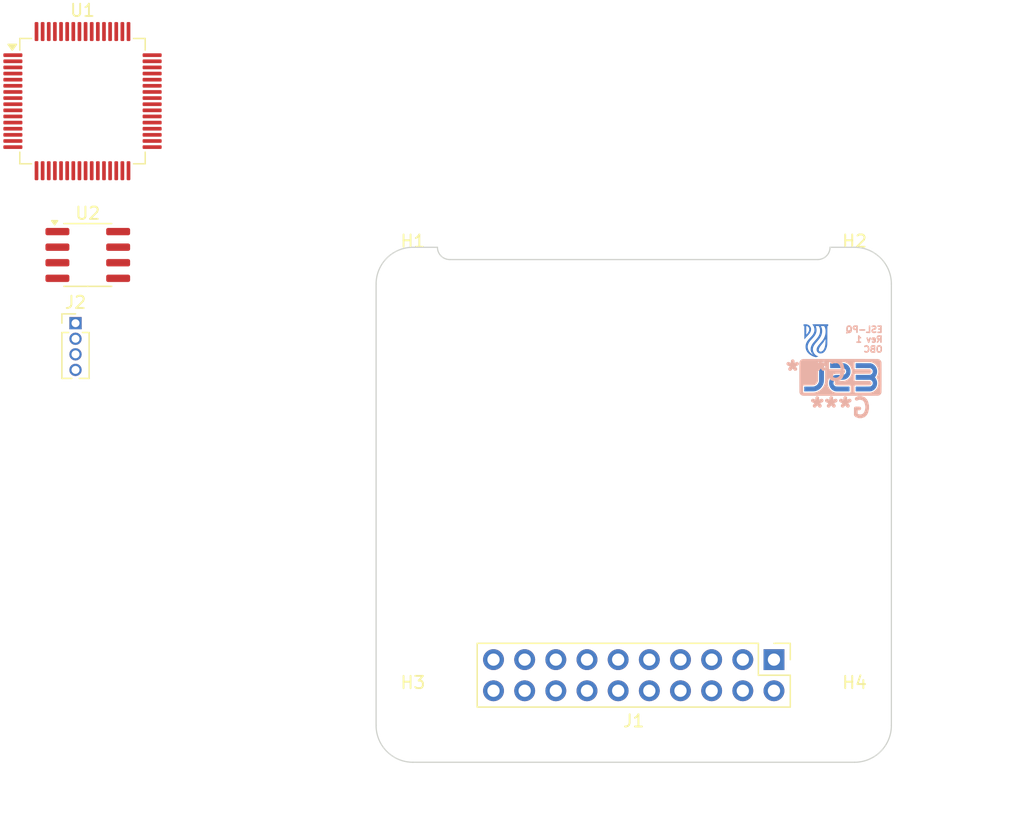
<source format=kicad_pcb>
(kicad_pcb (version 20240108) (generator "pcbnew") (generator_version "8.0")
  (layers (0 "F.Cu" signal) (31 "B.Cu" signal) (34 "B.Paste" user) (35 "F.Paste" user) (36 "B.SilkS" user "B.Silkscreen") (37 "F.SilkS" user "F.Silkscreen") (38 "B.Mask" user) (39 "F.Mask" user) (44 "Edge.Cuts" user))
  (net 0 "")
  (net 1 "3V3")
  (net 2 "GND")
  (net 3 "S2_5V")
  (net 4 "S1_5V")
  (net 5 "GSU")
  (net 6 "5V")
  (net 7 "PPS")
  (net 8 "SDB")
  (net 9 "S2_3V3")
  (net 10 "SCK")
  (net 11 "SDL")
  (net 12 "VBat")
  (net 13 "SDA")
  (net 15 "S1_3V3")
  (net 19 "SWCLK")
  (net 20 "SWDIO")
  (net 23 "Net-(U1-VSS-Pad18)")
  (footprint "ESL_PQ:ESL_PQ_MountingHole" (layer "F.Cu") (at 132 116)
    (property "Reference" "H3" (at 0 -3.5 0) (layer "F.SilkS"))
    (property "Value" "ESL_PQ_MountingHole")
    (pad "" np_thru_hole circle (at 0 0) (size 2.5 2.5) (drill 2.5) (layers "*.Cu" "*.Mask"))
  )
  (footprint "ESL_PQ:ESL_PQ_MountingHole" (layer "F.Cu") (at 132 80)
    (property "Reference" "H1" (at 0 -3.5 0) (layer "F.SilkS"))
    (property "Value" "ESL_PQ_MountingHole")
    (pad "" np_thru_hole circle (at 0 0) (size 2.5 2.5) (drill 2.5) (layers "*.Cu" "*.Mask"))
  )
  (footprint "Package_QFP:LQFP-64_10x10mm_P0.5mm" (layer "F.Cu") (at 105.07 65.08)
    (property "Reference" "U1" (at 0 -7.4 0) (layer "F.SilkS"))
    (property "Value" "STM32L476RGTx")
    (pad "1" smd roundrect (at -5.675 -3.75) (size 1.55 0.3) (layers "F.Cu" "F.Paste" "F.Mask"))
    (pad "2" smd roundrect (at -5.675 -3.25) (size 1.55 0.3) (layers "F.Cu" "F.Paste" "F.Mask"))
    (pad "3" smd roundrect (at -5.675 -2.75) (size 1.55 0.3) (layers "F.Cu" "F.Paste" "F.Mask"))
    (pad "4" smd roundrect (at -5.675 -2.25) (size 1.55 0.3) (layers "F.Cu" "F.Paste" "F.Mask"))
    (pad "5" smd roundrect (at -5.675 -1.75) (size 1.55 0.3) (layers "F.Cu" "F.Paste" "F.Mask"))
    (pad "6" smd roundrect (at -5.675 -1.25) (size 1.55 0.3) (layers "F.Cu" "F.Paste" "F.Mask"))
    (pad "7" smd roundrect (at -5.675 -0.75) (size 1.55 0.3) (layers "F.Cu" "F.Paste" "F.Mask"))
    (pad "8" smd roundrect (at -5.675 -0.25) (size 1.55 0.3) (layers "F.Cu" "F.Paste" "F.Mask"))
    (pad "9" smd roundrect (at -5.675 0.25) (size 1.55 0.3) (layers "F.Cu" "F.Paste" "F.Mask"))
    (pad "10" smd roundrect (at -5.675 0.75) (size 1.55 0.3) (layers "F.Cu" "F.Paste" "F.Mask"))
    (pad "11" smd roundrect (at -5.675 1.25) (size 1.55 0.3) (layers "F.Cu" "F.Paste" "F.Mask"))
    (pad "12" smd roundrect (at -5.675 1.75) (size 1.55 0.3) (layers "F.Cu" "F.Paste" "F.Mask"))
    (pad "13" smd roundrect (at -5.675 2.25) (size 1.55 0.3) (layers "F.Cu" "F.Paste" "F.Mask"))
    (pad "14" smd roundrect (at -5.675 2.75) (size 1.55 0.3) (layers "F.Cu" "F.Paste" "F.Mask"))
    (pad "15" smd roundrect (at -5.675 3.25) (size 1.55 0.3) (layers "F.Cu" "F.Paste" "F.Mask"))
    (pad "16" smd roundrect (at -5.675 3.75) (size 1.55 0.3) (layers "F.Cu" "F.Paste" "F.Mask"))
    (pad "17" smd roundrect (at -3.75 5.675) (size 0.3 1.55) (layers "F.Cu" "F.Paste" "F.Mask"))
    (pad "18" smd roundrect (at -3.25 5.675) (size 0.3 1.55) (layers "F.Cu" "F.Paste" "F.Mask") (net 23 "Net-(U1-VSS-Pad18)"))
    (pad "19" smd roundrect (at -2.75 5.675) (size 0.3 1.55) (layers "F.Cu" "F.Paste" "F.Mask"))
    (pad "20" smd roundrect (at -2.25 5.675) (size 0.3 1.55) (layers "F.Cu" "F.Paste" "F.Mask"))
    (pad "21" smd roundrect (at -1.75 5.675) (size 0.3 1.55) (layers "F.Cu" "F.Paste" "F.Mask"))
    (pad "22" smd roundrect (at -1.25 5.675) (size 0.3 1.55) (layers "F.Cu" "F.Paste" "F.Mask"))
    (pad "23" smd roundrect (at -0.75 5.675) (size 0.3 1.55) (layers "F.Cu" "F.Paste" "F.Mask"))
    (pad "24" smd roundrect (at -0.25 5.675) (size 0.3 1.55) (layers "F.Cu" "F.Paste" "F.Mask"))
    (pad "25" smd roundrect (at 0.25 5.675) (size 0.3 1.55) (layers "F.Cu" "F.Paste" "F.Mask"))
    (pad "26" smd roundrect (at 0.75 5.675) (size 0.3 1.55) (layers "F.Cu" "F.Paste" "F.Mask"))
    (pad "27" smd roundrect (at 1.25 5.675) (size 0.3 1.55) (layers "F.Cu" "F.Paste" "F.Mask"))
    (pad "28" smd roundrect (at 1.75 5.675) (size 0.3 1.55) (layers "F.Cu" "F.Paste" "F.Mask"))
    (pad "29" smd roundrect (at 2.25 5.675) (size 0.3 1.55) (layers "F.Cu" "F.Paste" "F.Mask"))
    (pad "30" smd roundrect (at 2.75 5.675) (size 0.3 1.55) (layers "F.Cu" "F.Paste" "F.Mask"))
    (pad "31" smd roundrect (at 3.25 5.675) (size 0.3 1.55) (layers "F.Cu" "F.Paste" "F.Mask") (net 23 "Net-(U1-VSS-Pad18)"))
    (pad "32" smd roundrect (at 3.75 5.675) (size 0.3 1.55) (layers "F.Cu" "F.Paste" "F.Mask"))
    (pad "33" smd roundrect (at 5.675 3.75) (size 1.55 0.3) (layers "F.Cu" "F.Paste" "F.Mask"))
    (pad "34" smd roundrect (at 5.675 3.25) (size 1.55 0.3) (layers "F.Cu" "F.Paste" "F.Mask"))
    (pad "35" smd roundrect (at 5.675 2.75) (size 1.55 0.3) (layers "F.Cu" "F.Paste" "F.Mask"))
    (pad "36" smd roundrect (at 5.675 2.25) (size 1.55 0.3) (layers "F.Cu" "F.Paste" "F.Mask"))
    (pad "37" smd roundrect (at 5.675 1.75) (size 1.55 0.3) (layers "F.Cu" "F.Paste" "F.Mask"))
    (pad "38" smd roundrect (at 5.675 1.25) (size 1.55 0.3) (layers "F.Cu" "F.Paste" "F.Mask"))
    (pad "39" smd roundrect (at 5.675 0.75) (size 1.55 0.3) (layers "F.Cu" "F.Paste" "F.Mask"))
    (pad "40" smd roundrect (at 5.675 0.25) (size 1.55 0.3) (layers "F.Cu" "F.Paste" "F.Mask"))
    (pad "41" smd roundrect (at 5.675 -0.25) (size 1.55 0.3) (layers "F.Cu" "F.Paste" "F.Mask"))
    (pad "42" smd roundrect (at 5.675 -0.75) (size 1.55 0.3) (layers "F.Cu" "F.Paste" "F.Mask"))
    (pad "43" smd roundrect (at 5.675 -1.25) (size 1.55 0.3) (layers "F.Cu" "F.Paste" "F.Mask"))
    (pad "44" smd roundrect (at 5.675 -1.75) (size 1.55 0.3) (layers "F.Cu" "F.Paste" "F.Mask"))
    (pad "45" smd roundrect (at 5.675 -2.25) (size 1.55 0.3) (layers "F.Cu" "F.Paste" "F.Mask"))
    (pad "46" smd roundrect (at 5.675 -2.75) (size 1.55 0.3) (layers "F.Cu" "F.Paste" "F.Mask") (net 20 "SWDIO"))
    (pad "47" smd roundrect (at 5.675 -3.25) (size 1.55 0.3) (layers "F.Cu" "F.Paste" "F.Mask") (net 23 "Net-(U1-VSS-Pad18)"))
    (pad "48" smd roundrect (at 5.675 -3.75) (size 1.55 0.3) (layers "F.Cu" "F.Paste" "F.Mask"))
    (pad "49" smd roundrect (at 3.75 -5.675) (size 0.3 1.55) (layers "F.Cu" "F.Paste" "F.Mask") (net 19 "SWCLK"))
    (pad "50" smd roundrect (at 3.25 -5.675) (size 0.3 1.55) (layers "F.Cu" "F.Paste" "F.Mask"))
    (pad "51" smd roundrect (at 2.75 -5.675) (size 0.3 1.55) (layers "F.Cu" "F.Paste" "F.Mask"))
    (pad "52" smd roundrect (at 2.25 -5.675) (size 0.3 1.55) (layers "F.Cu" "F.Paste" "F.Mask"))
    (pad "53" smd roundrect (at 1.75 -5.675) (size 0.3 1.55) (layers "F.Cu" "F.Paste" "F.Mask"))
    (pad "54" smd roundrect (at 1.25 -5.675) (size 0.3 1.55) (layers "F.Cu" "F.Paste" "F.Mask"))
    (pad "55" smd roundrect (at 0.75 -5.675) (size 0.3 1.55) (layers "F.Cu" "F.Paste" "F.Mask"))
    (pad "56" smd roundrect (at 0.25 -5.675) (size 0.3 1.55) (layers "F.Cu" "F.Paste" "F.Mask"))
    (pad "57" smd roundrect (at -0.25 -5.675) (size 0.3 1.55) (layers "F.Cu" "F.Paste" "F.Mask"))
    (pad "58" smd roundrect (at -0.75 -5.675) (size 0.3 1.55) (layers "F.Cu" "F.Paste" "F.Mask"))
    (pad "59" smd roundrect (at -1.25 -5.675) (size 0.3 1.55) (layers "F.Cu" "F.Paste" "F.Mask"))
    (pad "60" smd roundrect (at -1.75 -5.675) (size 0.3 1.55) (layers "F.Cu" "F.Paste" "F.Mask"))
    (pad "61" smd roundrect (at -2.25 -5.675) (size 0.3 1.55) (layers "F.Cu" "F.Paste" "F.Mask"))
    (pad "62" smd roundrect (at -2.75 -5.675) (size 0.3 1.55) (layers "F.Cu" "F.Paste" "F.Mask"))
    (pad "63" smd roundrect (at -3.25 -5.675) (size 0.3 1.55) (layers "F.Cu" "F.Paste" "F.Mask") (net 23 "Net-(U1-VSS-Pad18)"))
    (pad "64" smd roundrect (at -3.75 -5.675) (size 0.3 1.55) (layers "F.Cu" "F.Paste" "F.Mask"))
  )
  (footprint "ESL_PQ:1x04 1.27mm" (layer "F.Cu") (at 104.5 83.19)
    (property "Reference" "J2" (at 0 -1.695 0) (layer "F.SilkS"))
    (property "Value" "Conn_01x04")
    (pad "1" thru_hole rect (at 0 0) (size 1 1) (drill 0.65) (layers "*.Cu" "*.Mask") (net 20 "SWDIO"))
    (pad "2" thru_hole oval (at 0 1.27) (size 1 1) (drill 0.65) (layers "*.Cu" "*.Mask"))
    (pad "3" thru_hole oval (at 0 2.54) (size 1 1) (drill 0.65) (layers "*.Cu" "*.Mask") (net 19 "SWCLK"))
    (pad "4" thru_hole oval (at 0 3.81) (size 1 1) (drill 0.65) (layers "*.Cu" "*.Mask") (net 2 "GND"))
  )
  (footprint "ESL_PQ:ESL_PQ_Main_Header" (layer "F.Cu") (at 150 110.63)
    (property "Reference" "J1" (at 0 5 0) (layer "F.SilkS"))
    (property "Value" "ESL_PQ_MainHeader")
    (pad "1" thru_hole rect (at 11.43 0 270) (size 1.7 1.7) (drill 1) (layers "*.Cu" "*.Mask") (net 5 "GSU"))
    (pad "2" thru_hole oval (at 8.89 0 270) (size 1.7 1.7) (drill 1) (layers "*.Cu" "*.Mask") (net 2 "GND"))
    (pad "3" thru_hole oval (at 6.35 0 270) (size 1.7 1.7) (drill 1) (layers "*.Cu" "*.Mask") (net 6 "5V"))
    (pad "4" thru_hole oval (at 3.81 0 270) (size 1.7 1.7) (drill 1) (layers "*.Cu" "*.Mask") (net 4 "S1_5V"))
    (pad "5" thru_hole oval (at 1.27 0 270) (size 1.7 1.7) (drill 1) (layers "*.Cu" "*.Mask") (net 3 "S2_5V"))
    (pad "6" thru_hole oval (at -1.27 0 270) (size 1.7 1.7) (drill 1) (layers "*.Cu" "*.Mask") (net 9 "S2_3V3"))
    (pad "7" thru_hole oval (at -3.81 0 270) (size 1.7 1.7) (drill 1) (layers "*.Cu" "*.Mask") (net 15 "S1_3V3"))
    (pad "8" thru_hole oval (at -6.35 0 270) (size 1.7 1.7) (drill 1) (layers "*.Cu" "*.Mask") (net 1 "3V3"))
    (pad "9" thru_hole oval (at -8.89 0 270) (size 1.7 1.7) (drill 1) (layers "*.Cu" "*.Mask") (net 2 "GND"))
    (pad "10" thru_hole oval (at -11.43 0 270) (size 1.7 1.7) (drill 1) (layers "*.Cu" "*.Mask") (net 12 "VBat"))
    (pad "11" thru_hole oval (at -11.43 2.54 270) (size 1.7 1.7) (drill 1) (layers "*.Cu" "*.Mask") (net 10 "SCK"))
    (pad "12" thru_hole oval (at -8.89 2.54 270) (size 1.7 1.7) (drill 1) (layers "*.Cu" "*.Mask") (net 2 "GND"))
    (pad "13" thru_hole oval (at -6.35 2.54 270) (size 1.7 1.7) (drill 1) (layers "*.Cu" "*.Mask") (net 11 "SDL"))
    (pad "14" thru_hole oval (at -3.81 2.54 270) (size 1.7 1.7) (drill 1) (layers "*.Cu" "*.Mask"))
    (pad "15" thru_hole oval (at -1.27 2.54 270) (size 1.7 1.7) (drill 1) (layers "*.Cu" "*.Mask") (net 7 "PPS"))
    (pad "16" thru_hole oval (at 1.27 2.54 270) (size 1.7 1.7) (drill 1) (layers "*.Cu" "*.Mask"))
    (pad "17" thru_hole oval (at 3.81 2.54 270) (size 1.7 1.7) (drill 1) (layers "*.Cu" "*.Mask"))
    (pad "18" thru_hole oval (at 6.35 2.54 270) (size 1.7 1.7) (drill 1) (layers "*.Cu" "*.Mask") (net 8 "SDB"))
    (pad "19" thru_hole oval (at 8.89 2.54 270) (size 1.7 1.7) (drill 1) (layers "*.Cu" "*.Mask") (net 2 "GND"))
    (pad "20" thru_hole oval (at 11.43 2.54 270) (size 1.7 1.7) (drill 1) (layers "*.Cu" "*.Mask") (net 13 "SDA"))
  )
  (footprint "Package_SO:SOIC-8_3.9x4.9mm_P1.27mm" (layer "F.Cu") (at 105.5 77.625)
    (property "Reference" "U2" (at 0 -3.4 0) (layer "F.SilkS"))
    (property "Value" "MAX485ESA+T")
    (pad "1" smd roundrect (at -2.475 -1.905) (size 1.95 0.6) (layers "F.Cu" "F.Paste" "F.Mask"))
    (pad "2" smd roundrect (at -2.475 -0.635) (size 1.95 0.6) (layers "F.Cu" "F.Paste" "F.Mask"))
    (pad "3" smd roundrect (at -2.475 0.635) (size 1.95 0.6) (layers "F.Cu" "F.Paste" "F.Mask"))
    (pad "4" smd roundrect (at -2.475 1.905) (size 1.95 0.6) (layers "F.Cu" "F.Paste" "F.Mask"))
    (pad "5" smd roundrect (at 2.475 1.905) (size 1.95 0.6) (layers "F.Cu" "F.Paste" "F.Mask"))
    (pad "6" smd roundrect (at 2.475 0.635) (size 1.95 0.6) (layers "F.Cu" "F.Paste" "F.Mask"))
    (pad "7" smd roundrect (at 2.475 -0.635) (size 1.95 0.6) (layers "F.Cu" "F.Paste" "F.Mask"))
    (pad "8" smd roundrect (at 2.475 -1.905) (size 1.95 0.6) (layers "F.Cu" "F.Paste" "F.Mask"))
  )
  (footprint "ESL_PQ:ESL_PQ_MountingHole" (layer "F.Cu") (at 168 116)
    (property "Reference" "H4" (at 0 -3.5 0) (layer "F.SilkS"))
    (property "Value" "ESL_PQ_MountingHole")
    (pad "" np_thru_hole circle (at 0 0) (size 2.5 2.5) (drill 2.5) (layers "*.Cu" "*.Mask"))
  )
  (footprint "ESL_PQ:ESL_PQ_MountingHole" (layer "F.Cu") (at 168 80)
    (property "Reference" "H2" (at 0 -3.5 0) (layer "F.SilkS"))
    (property "Value" "ESL_PQ_MountingHole")
    (pad "" np_thru_hole circle (at 0 0) (size 2.5 2.5) (drill 2.5) (layers "*.Cu" "*.Mask"))
  )
  (footprint "LOGO" (layer "B.Cu") (at 164.849816 84.61 180)
    (property "Reference" "G***" (at 0 -2.5 180) (layer "B.SilkS") (effects (font (size 1.5 1.5) (thickness 0.3)) (justify mirror)))
    (property "Value" "LOGO" (hide yes))
    (fp_poly (pts (xy 1.008365 1.259419) (xy 1.008365 1.1868) (xy 0.977258 1.1868) (xy 0.946151 1.1868) (xy 0.945098 0.648383) (xy 0.944045 0.109966) (xy 0.93521 0.108706) (xy 0.929774 0.109633) (xy 0.923264 0.114615) (xy 0.914609 0.124702) (xy 0.903526 0.139828) (xy 0.885817 0.163995) (xy 0.865991 0.189167) (xy 0.84334 0.216153) (xy 0.817153 0.245762) (xy 0.786719 0.278803) (xy 0.751328 0.316087) (xy 0.724823 0.3435) (xy 0.677852 0.392265) (xy 0.636574 0.436201) (xy 0.600465 0.475976) (xy 0.568998 0.512256) (xy 0.541649 0.545709) (xy 0.517891 0.577002) (xy 0.4972 0.606801) (xy 0.479049 0.635775) (xy 0.462914 0.664589) (xy 0.44827 0.693912) (xy 0.447494 0.695559) (xy 0.426756 0.744229) (xy 0.411901 0.790305) (xy 0.402348 0.836402) (xy 0.39752 0.885138) (xy 0.396653 0.925372) (xy 0.396715 0.930894) (xy 0.544728 0.930894) (xy 0.547392 0.883667) (xy 0.557324 0.834214) (xy 0.57435 0.783068) (xy 0.598297 0.730766) (xy 0.628989 0.677841) (xy 0.661762 0.630747) (xy 0.673781 0.615067) (xy 0.688168 0.596792) (xy 0.704065 0.576958) (xy 0.720612 0.556603) (xy 0.73695 0.536766) (xy 0.752221 0.518483) (xy 0.765564 0.502794) (xy 0.77612 0.490736) (xy 0.783031 0.483347) (xy 0.785321 0.481492) (xy 0.785793 0.48552) (xy 0.786243 0.497244) (xy 0.786665 0.516059) (xy 0.787056 0.541361) (xy 0.787409 0.572546) (xy 0.787718 0.60901) (xy 0.787979 0.650149) (xy 0.788186 0.695359) (xy 0.788333 0.744035) (xy 0.788416 0.795574) (xy 0.788433 0.832005) (xy 0.788433 1.18265) (xy 0.770522 1.18265) (xy 0.731378 1.179137) (xy 0.695365 1.168387) (xy 0.661764 1.150081) (xy 0.629857 1.1239) (xy 0.623419 1.117491) (xy 0.594096 1.081586) (xy 0.57089 1.040725) (xy 0.554487 0.996227) (xy 0.549506 0.97536) (xy 0.544728 0.930894) (xy 0.396715 0.930894) (xy 0.396945 0.951311) (xy 0.397645 0.971055) (xy 0.398993 0.986706) (xy 0.401226 1.000366) (xy 0.404584 1.014138) (xy 0.408092 1.02616) (xy 0.427619 1.077809) (xy 0.453659 1.126814) (xy 0.485387 1.172226) (xy 0.521979 1.213099) (xy 0.562609 1.248484) (xy 0.606452 1.277433) (xy 0.641765 1.294692) (xy 0.668891 1.304963) (xy 0.696857 1.313327) (xy 0.726788 1.319935) (xy 0.759814 1.324939) (xy 0.79706 1.32849) (xy 0.839654 1.330738) (xy 0.888724 1.331834) (xy 0.920185 1.332002) (xy 1.008365 1.332038)) (fill solid) (layer "B.Cu"))
    (fp_poly (pts (xy 0.004672 1.332144) (xy 0.05603 1.33205) (xy 0.10122 1.331863) (xy 0.140596 1.33156) (xy 0.174514 1.331117) (xy 0.203328 1.33051) (xy 0.227395 1.329717) (xy 0.247068 1.328713) (xy 0.262703 1.327476) (xy 0.274656 1.325982) (xy 0.28328 1.324208) (xy 0.288932 1.322129) (xy 0.291967 1.319723) (xy 0.292739 1.316967) (xy 0.291603 1.313836) (xy 0.288916 1.310307) (xy 0.285031 1.306358) (xy 0.280304 1.301964) (xy 0.27509 1.297101) (xy 0.269745 1.291748) (xy 0.268803 1.290738) (xy 0.228746 1.241765) (xy 0.195249 1.188823) (xy 0.168143 1.131496) (xy 0.147257 1.069367) (xy 0.132419 1.002018) (xy 0.124167 0.937394) (xy 0.121548 0.866143) (xy 0.126623 0.796545) (xy 0.139493 0.728278) (xy 0.160256 0.66102) (xy 0.189014 0.594449) (xy 0.225866 0.528243) (xy 0.27091 0.462081) (xy 0.271694 0.461027) (xy 0.284967 0.443445) (xy 0.298325 0.426346) (xy 0.312445 0.408957) (xy 0.328003 0.390506) (xy 0.345677 0.370219) (xy 0.366141 0.347326) (xy 0.390074 0.321053) (xy 0.418151 0.290627) (xy 0.451049 0.255278) (xy 0.464687 0.24068) (xy 0.503579 0.19895) (xy 0.53732 0.162413) (xy 0.566543 0.130314) (xy 0.591885 0.101898) (xy 0.61398 0.076409) (xy 0.633465 0.053093) (xy 0.650975 0.031195) (xy 0.667144 0.00996) (xy 0.682609 -0.011369) (xy 0.698005 -0.033544) (xy 0.708374 -0.048918) (xy 0.751561 -0.120154) (xy 0.78657 -0.192452) (xy 0.813482 -0.266074) (xy 0.832379 -0.341281) (xy 0.843342 -0.418332) (xy 0.846494 -0.488784) (xy 0.842595 -0.569271) (xy 0.830824 -0.647217) (xy 0.81125 -0.722498) (xy 0.783942 -0.794987) (xy 0.74897 -0.864556) (xy 0.706403 -0.931081) (xy 0.656309 -0.994433) (xy 0.598757 -1.054488) (xy 0.533818 -1.111117) (xy 0.487584 -1.146097) (xy 0.425331 -1.187531) (xy 0.358143 -1.226515) (xy 0.287911 -1.262156) (xy 0.216526 -1.293558) (xy 0.145882 -1.319827) (xy 0.077869 -1.340068) (xy 0.076768 -1.340349) (xy 0.051406 -1.346669) (xy 0.031975 -1.350907) (xy 0.016402 -1.353164) (xy 0.00261 -1.353541) (xy -0.011475 -1.352137) (xy -0.027929 -1.349054) (xy -0.041409 -1.346078) (xy -0.068943 -1.339505) (xy -0.097217 -1.332154) (xy -0.124254 -1.324587) (xy -0.148079 -1.317367) (xy -0.166715 -1.311057) (xy -0.173243 -1.308515) (xy -0.182717 -1.303392) (xy -0.186078 -1.297274) (xy -0.185957 -1.291654) (xy -0.184752 -1.286503) (xy -0.181561 -1.282492) (xy -0.174903 -1.278827) (xy -0.163296 -1.274709) (xy -0.145259 -1.269343) (xy -0.143538 -1.268848) (xy -0.089453 -1.249107) (xy -0.037472 -1.221832) (xy 0.01189 -1.187635) (xy 0.058119 -1.14713) (xy 0.100701 -1.100927) (xy 0.139121 -1.049639) (xy 0.172864 -0.993879) (xy 0.201416 -0.934258) (xy 0.224262 -0.871388) (xy 0.239351 -0.813331) (xy 0.243398 -0.786988) (xy 0.245908 -0.754988) (xy 0.246883 -0.71983) (xy 0.246324 -0.684012) (xy 0.244233 -0.650033) (xy 0.240611 -0.620392) (xy 0.239231 -0.61274) (xy 0.224639 -0.554866) (xy 0.203539 -0.496366) (xy 0.175687 -0.436772) (xy 0.140836 -0.375613) (xy 0.098743 -0.312419) (xy 0.049163 -0.246721) (xy 0.047237 -0.244305) (xy 0.032896 -0.22666) (xy 0.014202 -0.204128) (xy -0.007712 -0.178051) (xy -0.031714 -0.149767) (xy -0.056669 -0.120618) (xy -0.081443 -0.091942) (xy -0.089218 -0.083005) (xy -0.143782 -0.01964) (xy -0.192644 0.038784) (xy -0.236241 0.092913) (xy -0.275009 0.143391) (xy -0.309384 0.190862) (xy -0.339804 0.235972) (xy -0.366704 0.279366) (xy -0.390522 0.321687) (xy -0.411694 0.363582) (xy -0.430656 0.405693) (xy -0.446079 0.444013) (xy -0.469593 0.51451) (xy -0.487562 0.587613) (xy -0.499962 0.66222) (xy -0.506767 0.737232) (xy -0.507946 0.811257) (xy -0.333852 0.811257) (xy -0.333768 0.777613) (xy -0.333416 0.750675) (xy -0.332697 0.728851) (xy -0.331514 0.71055) (xy -0.329767 0.694179) (xy -0.32736 0.678149) (xy -0.324787 0.663944) (xy -0.307887 0.591638) (xy -0.284944 0.520818) (xy -0.255588 0.450695) (xy -0.219449 0.380479) (xy -0.176156 0.309379) (xy -0.125338 0.236607) (xy -0.122609 0.232932) (xy -0.101397 0.205184) (xy -0.076113 0.173483) (xy -0.046408 0.137407) (xy -0.011932 0.096538) (xy 0.027665 0.050455) (xy 0.064143 0.008547) (xy 0.109693 -0.0439) (xy 0.149953 -0.091118) (xy 0.185435 -0.133808) (xy 0.216654 -0.172669) (xy 0.244124 -0.208404) (xy 0.26836 -0.241714) (xy 0.289875 -0.2733) (xy 0.309184 -0.303862) (xy 0.3268 -0.334103) (xy 0.343239 -0.364722) (xy 0.354925 -0.387992) (xy 0.374358 -0.429743) (xy 0.389877 -0.468126) (xy 0.402629 -0.50635) (xy 0.41376 -0.547624) (xy 0.417306 -0.562603) (xy 0.423336 -0.595415) (xy 0.427793 -0.633232) (xy 0.430591 -0.673694) (xy 0.431646 -0.714443) (xy 0.430873 -0.75312) (xy 0.428186 -0.787367) (xy 0.425951 -0.802957) (xy 0.411174 -0.865595) (xy 0.389068 -0.925133) (xy 0.359441 -0.981925) (xy 0.322098 -1.036331) (xy 0.276848 -1.088705) (xy 0.265109 -1.100694) (xy 0.249346 -1.116762) (xy 0.236392 -1.1306) (xy 0.227082 -1.141264) (xy 0.222247 -1.147811) (xy 0.222097 -1.149452) (xy 0.227891 -1.147645) (xy 0.239366 -1.142723) (xy 0.254862 -1.13544) (xy 0.272679 -1.126565) (xy 0.330944 -1.092594) (xy 0.387567 -1.051471) (xy 0.441446 -1.004327) (xy 0.491478 -0.952291) (xy 0.536561 -0.896494) (xy 0.575591 -0.838065) (xy 0.602575 -0.788433) (xy 0.620911 -0.747173) (xy 0.637515 -0.70291) (xy 0.651139 -0.659175) (xy 0.658264 -0.630635) (xy 0.661893 -0.607905) (xy 0.664481 -0.579018) (xy 0.666027 -0.546049) (xy 0.66653 -0.511075) (xy 0.665987 -0.476172) (xy 0.664397 -0.443417) (xy 0.661759 -0.414886) (xy 0.65844 -0.394316) (xy 0.64068 -0.327535) (xy 0.61637 -0.262329) (xy 0.585114 -0.197883) (xy 0.546518 -0.133382) (xy 0.500536 -0.068469) (xy 0.484088 -0.047375) (xy 0.4655 -0.024582) (xy 0.444159 0.000614) (xy 0.419449 0.028919) (xy 0.390755 0.061036) (xy 0.357464 0.097669) (xy 0.319431 0.139014) (xy 0.280881 0.18093) (xy 0.247538 0.217654) (xy 0.218777 0.249899) (xy 0.193976 0.27838) (xy 0.172511 0.303812) (xy 0.153761 0.326908) (xy 0.138533 0.346496) (xy 0.087646 0.41841) (xy 0.044689 0.489816) (xy 0.009735 0.560566) (xy -0.017144 0.630513) (xy -0.035875 0.699509) (xy -0.036764 0.703742) (xy -0.047251 0.771034) (xy -0.051673 0.840503) (xy -0.050175 0.910667) (xy -0.0429 0.980048) (xy -0.029993 1.047166) (xy -0.0116 1.11054) (xy 0.007708 1.159188) (xy 0.020228 1.1868) (xy -0.10201 1.1868) (xy -0.224249 1.1868) (xy -0.243274 1.15739) (xy -0.272136 1.106075) (xy -0.296718 1.048145) (xy -0.316765 0.984244) (xy -0.324545 0.952345) (xy -0.327565 0.937942) (xy -0.329858 0.92437) (xy -0.331523 0.910148) (xy -0.332656 0.893795) (xy -0.333356 0.873828) (xy -0.333721 0.848768) (xy -0.333847 0.817131) (xy -0.333852 0.811257) (xy -0.507946 0.811257) (xy -0.507951 0.811547) (xy -0.50349 0.884066) (xy -0.493358 0.953687) (xy -0.477529 1.01931) (xy -0.460468 1.068896) (xy -0.445976 1.102854) (xy -0.430726 1.134066) (xy -0.415828 1.160322) (xy -0.410064 1.169164) (xy -0.397968 1.1868) (xy -0.527844 1.186749) (xy -0.657719 1.186697) (xy -0.67894 1.158102) (xy -0.708646 1.111708) (xy -0.733893 1.058911) (xy -0.754507 1.000415) (xy -0.770316 0.936921) (xy -0.781148 0.869134) (xy -0.78683 0.797756) (xy -0.787189 0.72349) (xy -0.786998 0.717842) (xy -0.7806 0.623719) (xy -0.768318 0.534506) (xy -0.749865 0.448984) (xy -0.724949 0.365932) (xy -0.693282 0.284129) (xy -0.674092 0.241768) (xy -0.654807 0.202647) (xy -0.634629 0.164838) (xy -0.613023 0.127594) (xy -0.589456 0.090167) (xy -0.563394 0.051811) (xy -0.534301 0.011779) (xy -0.501644 -0.030677) (xy -0.46489 -0.076304) (xy -0.423503 -0.125849) (xy -0.376949 -0.180059) (xy -0.3523 -0.208313) (xy -0.316179 -0.249699) (xy -0.285058 -0.285751) (xy -0.258312 -0.317237) (xy -0.235318 -0.344926) (xy -0.215451 -0.369585) (xy -0.198087 -0.391985) (xy -0.182602 -0.412893) (xy -0.168371 -0.433077) (xy -0.161197 -0.443637) (xy -0.125225 -0.50221) (xy -0.09658 -0.559668) (xy -0.075273 -0.61573) (xy -0.061314 -0.670117) (xy -0.054716 -0.722549) (xy -0.055488 -0.772747) (xy -0.063643 -0.820432) (xy -0.079191 -0.865323) (xy -0.102143 -0.907142) (xy -0.13251 -0.945608) (xy -0.141011 -0.954419) (xy -0.177435 -0.986776) (xy -0.214986 -1.01178) (xy -0.255349 -1.030358) (xy -0.300207 -1.043439) (xy -0.30426 -1.044322) (xy -0.330701 -1.048069) (xy -0.362538 -1.049645) (xy -0.397187 -1.049167) (xy -0.432065 -1.046752) (xy -0.46459 -1.042514) (xy -0.492179 -1.03657) (xy -0.495005 -1.035756) (xy -0.545749 -1.017237) (xy -0.593109 -0.992723) (xy -0.637417 -0.961889) (xy -0.679004 -0.924405) (xy -0.718199 -0.879945) (xy -0.755335 -0.82818) (xy -0.790742 -0.768782) (xy -0.817917 -0.715814) (xy -0.845533 -0.653622) (xy -0.869008 -0.589766) (xy -0.888731 -0.522847) (xy -0.905092 -0.451465) (xy -0.918479 -0.374218) (xy -0.924039 -0.334046) (xy -0.924914 -0.3266) (xy -0.925717 -0.318239) (xy -0.92645 -0.308578) (xy -0.92712 -0.297237) (xy -0.927729 -0.283832) (xy -0.928281 -0.267981) (xy -0.928782 -0.249301) (xy -0.929234 -0.227409) (xy -0.929643 -0.201923) (xy -0.930012 -0.172459) (xy -0.930345 -0.138637) (xy -0.930646 -0.100072) (xy -0.93092 -0.056382) (xy -0.93117 -0.007184) (xy -0.931274 0.017636) (xy -0.780077 0.017636) (xy -0.778963 -0.077386) (xy -0.775664 -0.165078) (xy -0.770074 -0.246147) (xy -0.76209 -0.321295) (xy -0.751608 -0.391228) (xy -0.738523 -0.456651) (xy -0.722731 -0.518269) (xy -0.704129 -0.576785) (xy -0.684648 -0.627989) (xy -0.657173 -0.687722) (xy -0.626848 -0.740377) (xy -0.593834 -0.785811) (xy -0.558292 -0.82388) (xy -0.520383 -0.854443) (xy -0.480268 -0.877356) (xy -0.438109 -0.892475) (xy -0.394067 -0.899659) (xy -0.377618 -0.900276) (xy -0.357866 -0.900082) (xy -0.343548 -0.898929) (xy -0.331812 -0.8963) (xy -0.319807 -0.891678) (xy -0.313058 -0.888574) (xy -0.285978 -0.871337) (xy -0.264423 -0.847969) (xy -0.24866 -0.818762) (xy -0.248283 -0.81781) (xy -0.24205 -0.794417) (xy -0.238978 -0.765797) (xy -0.239065 -0.734399) (xy -0.242311 -0.702667) (xy -0.248354 -0.674318) (xy -0.259322 -0.642367) (xy -0.275351 -0.605813) (xy -0.295702 -0.565986) (xy -0.319633 -0.524216) (xy -0.346402 -0.481835) (xy -0.375268 -0.440171) (xy -0.38937 -0.421189) (xy -0.396762 -0.41164) (xy -0.40852 -0.396666) (xy -0.423815 -0.377313) (xy -0.441817 -0.354628) (xy -0.461696 -0.329656) (xy -0.482624 -0.303444) (xy -0.48968 -0.294625) (xy -0.532983 -0.240171) (xy -0.571217 -0.191284) (xy -0.604829 -0.147328) (xy -0.634265 -0.107667) (xy -0.659969 -0.071665) (xy -0.682389 -0.038687) (xy -0.70197 -0.008096) (xy -0.719157 0.020743) (xy -0.734397 0.048467) (xy -0.745475 0.070246) (xy -0.754834 0.088573) (xy -0.763334 0.103878) (xy -0.770145 0.114761) (xy -0.774439 0.119824) (xy -0.774947 0.120018) (xy -0.776629 0.1183) (xy -0.777929 0.112403) (xy -0.778884 0.101564) (xy -0.779535 0.08502) (xy -0.779917 0.062006) (xy -0.780071 0.031761) (xy -0.780077 0.017636) (xy -0.931274 0.017636) (xy -0.931401 0.047903) (xy -0.931616 0.109264) (xy -0.931821 0.17728) (xy -0.932018 0.252334) (xy -0.932212 0.334808) (xy -0.932408 0.425087) (xy -0.932466 0.453349) (xy -0.933975 1.1868) (xy -0.96702 1.1868) (xy -1.000065 1.1868) (xy -1.000065 1.259419) (xy -1.000065 1.332038) (xy -0.357076 1.332038) (xy -0.269549 1.332057) (xy -0.189965 1.332101) (xy -0.117971 1.332146) (xy -0.05321 1.332168)) (fill solid) (layer "B.Cu"))
  )
  (footprint "LOGO" (layer "B.Cu") (at 166.849816 87.61 180)
    (property "Reference" "G***" (hide yes))
    (property "Value" "LOGO" (hide yes))
  )
  (footprint "LOGO" (layer "B.Cu") (at 166.849816 87.61 180)
    (property "Reference" "G***" (at 0 -2.5 180) (layer "B.SilkS") (effects (font (size 1.5 1.5) (thickness 0.3)) (justify mirror)))
    (property "Value" "LOGO" (hide yes))
    (fp_poly (pts (xy 1.745291 0.412915) (xy 1.747072 -0.332305) (xy 1.764715 -0.379833) (xy 1.801533 -0.462686) (xy 1.846683 -0.535471) (xy 1.900045 -0.598072) (xy 1.961496 -0.650374) (xy 2.030914 -0.69226) (xy 2.108178 -0.723615) (xy 2.135311 -0.731613) (xy 2.146894 -0.734609) (xy 2.158409 -0.737164) (xy 2.170997 -0.739321) (xy 2.185796 -0.741126) (xy 2.203946 -0.742623) (xy 2.226587 -0.743856) (xy 2.254859 -0.744869) (xy 2.289901 -0.745706) (xy 2.332852 -0.746412) (xy 2.384852 -0.747032) (xy 2.447041 -0.747608) (xy 2.520559 -0.748187) (xy 2.571256 -0.748558) (xy 2.95456 -0.751324) (xy 2.95456 -0.948149) (xy 2.95456 -1.144974) (xy 2.561386 -1.144323) (xy 2.46659 -1.14406) (xy 2.384335 -1.143601) (xy 2.314003 -1.142931) (xy 2.254977 -1.14204) (xy 2.206638 -1.140914) (xy 2.168368 -1.139542) (xy 2.13955 -1.137911) (xy 2.119565 -1.136009) (xy 2.11557 -1.135442) (xy 2.03825 -1.119224) (xy 1.958461 -1.094992) (xy 1.880661 -1.064388) (xy 1.809313 -1.029057) (xy 1.78002 -1.011755) (xy 1.691756 -0.948887) (xy 1.611498 -0.876485) (xy 1.54014 -0.795721) (xy 1.478572 -0.707768) (xy 1.427687 -0.613798) (xy 1.388378 -0.514984) (xy 1.378968 -0.484543) (xy 1.373501 -0.465326) (xy 1.368607 -0.447041) (xy 1.364255 -0.428884) (xy 1.360412 -0.410053) (xy 1.357048 -0.389745) (xy 1.35413 -0.367156) (xy 1.351627 -0.341484) (xy 1.349507 -0.311926) (xy 1.347738 -0.277678) (xy 1.346289 -0.237937) (xy 1.345127 -0.191901) (xy 1.344222 -0.138767) (xy 1.34354 -0.07773) (xy 1.343051 -0.007989) (xy 1.342723 0.07126) (xy 1.342524 0.16082) (xy 1.342423 0.261493) (xy 1.342387 0.374084) (xy 1.342383 0.441218) (xy 1.342383 1.158135) (xy 1.542946 1.158135) (xy 1.743509 1.158135)) (fill solid) (layer "B.Cu"))
    (fp_poly (pts (xy -1.237099 0.957736) (xy -1.237099 0.757008) (xy -1.831318 0.755227) (xy -2.425537 0.753446) (xy -2.475139 0.728929) (xy -2.526917 0.696676) (xy -2.569046 0.655628) (xy -2.602226 0.605069) (xy -2.607876 0.593698) (xy -2.617451 0.572465) (xy -2.623569 0.554805) (xy -2.626994 0.536579) (xy -2.628494 0.513644) (xy -2.628834 0.481858) (xy -2.628834 0.480363) (xy -2.628521 0.448111) (xy -2.627082 0.424924) (xy -2.62377 0.406709) (xy -2.617834 0.389376) (xy -2.608528 0.368834) (xy -2.608367 0.368498) (xy -2.578856 0.318315) (xy -2.542506 0.278234) (xy -2.497269 0.246101) (xy -2.486385 0.240127) (xy -2.464473 0.22907) (xy -2.446163 0.221554) (xy -2.427553 0.216627) (xy -2.404739 0.213338) (xy -2.373818 0.210734) (xy -2.362709 0.209967) (xy -2.344033 0.209148) (xy -2.313383 0.208359) (xy -2.271945 0.207611) (xy -2.220906 0.206914) (xy -2.16145 0.206279) (xy -2.094766 0.205718) (xy -2.022039 0.205242) (xy -1.944456 0.20486) (xy -1.863203 0.204586) (xy -1.779465 0.204428) (xy -1.761878 0.204411) (xy -1.237099 0.20399) (xy -1.237099 0.003393) (xy -1.237099 -0.197203) (xy -1.830972 -0.198951) (xy -2.424845 -0.200699) (xy -2.469086 -0.221657) (xy -2.523128 -0.253743) (xy -2.566691 -0.293511) (xy -2.599372 -0.340284) (xy -2.620765 -0.393385) (xy -2.630468 -0.452137) (xy -2.630383 -0.491945) (xy -2.620445 -0.550604) (xy -2.598713 -0.604125) (xy -2.565917 -0.651409) (xy -2.522788 -0.691359) (xy -2.479956 -0.718013) (xy -2.465048 -0.7255) (xy -2.452137 -0.73109) (xy -2.438888 -0.735148) (xy -2.422968 -0.738042) (xy -2.402043 -0.740139) (xy -2.373779 -0.741807) (xy -2.335842 -0.743413) (xy -2.312979 -0.74429) (xy -2.285111 -0.745099) (xy -2.245515 -0.745881) (xy -2.195624 -0.746622) (xy -2.136871 -0.747311) (xy -2.070688 -0.747935) (xy -1.998508 -0.74848) (xy -1.921764 -0.748935) (xy -1.841888 -0.749286) (xy -1.760314 -0.749521) (xy -1.712526 -0.7496) (xy -1.237099 -0.750155) (xy -1.237099 -0.947491) (xy -1.237099 -1.144828) (xy -1.79807 -1.146546) (xy -1.884412 -1.146758) (xy -1.968088 -1.146862) (xy -2.048006 -1.146863) (xy -2.123073 -1.146765) (xy -2.192195 -1.146572) (xy -2.25428 -1.14629) (xy -2.308234 -1.145923) (xy -2.352965 -1.145476) (xy -2.387378 -1.144952) (xy -2.410381 -1.144357) (xy -2.418264 -1.143966) (xy -2.484238 -1.134127) (xy -2.553352 -1.114631) (xy -2.621474 -1.086791) (xy -2.658132 -1.067773) (xy -2.718812 -1.027258) (xy -2.777519 -0.97614) (xy -2.831998 -0.916975) (xy -2.879996 -0.852318) (xy -2.919257 -0.784723) (xy -2.932083 -0.757269) (xy -2.962711 -0.670494) (xy -2.981948 -0.578954) (xy -2.989635 -0.484747) (xy -2.985613 -0.389968) (xy -2.969721 -0.296716) (xy -2.967761 -0.2887) (xy -2.953253 -0.242589) (xy -2.932147 -0.190933) (xy -2.906558 -0.138049) (xy -2.8786 -0.088257) (xy -2.850387 -0.045875) (xy -2.846107 -0.040221) (xy -2.808733 0.008151) (xy -2.828096 0.028752) (xy -2.869801 0.081037) (xy -2.906977 0.14332) (xy -2.938504 0.212885) (xy -2.963266 0.28702) (xy -2.980141 0.363009) (xy -2.986405 0.412742) (xy -2.988687 0.50946) (xy -2.979174 0.602905) (xy -2.95844 0.692204) (xy -2.927057 0.776484) (xy -2.885595 0.854873) (xy -2.834627 0.926496) (xy -2.774725 0.990481) (xy -2.70646 1.045954) (xy -2.630404 1.092044) (xy -2.54713 1.127876) (xy -2.510389 1.139585) (xy -2.457746 1.15471) (xy -1.847422 1.156587) (xy -1.237099 1.158464)) (fill solid) (layer "B.Cu"))
    (fp_poly (pts (xy 0.84228 0.957717) (xy 0.84228 0.757299) (xy 0.291179 0.755372) (xy -0.259922 0.753446) (xy -0.303506 0.732796) (xy -0.354948 0.701847) (xy -0.397039 0.66315) (xy -0.42949 0.618294) (xy -0.452013 0.56887) (xy -0.46432 0.51647) (xy -0.466122 0.462685) (xy -0.457132 0.409106) (xy -0.43706 0.357323) (xy -0.405619 0.308928) (xy -0.384574 0.285523) (xy -0.357505 0.263115) (xy -0.323476 0.241514) (xy -0.287955 0.223852) (xy -0.259922 0.214087) (xy -0.249538 0.212999) (xy -0.227356 0.211789) (xy -0.194742 0.210495) (xy -0.153057 0.209157) (xy -0.103665 0.207816) (xy -0.04793 0.206511) (xy 0.012786 0.205282) (xy 0.07712 0.204169) (xy 0.082254 0.204088) (xy 0.15622 0.202906) (xy 0.218288 0.201826) (xy 0.269719 0.200784) (xy 0.311773 0.199713) (xy 0.345711 0.198548) (xy 0.372796 0.197222) (xy 0.394287 0.19567) (xy 0.411445 0.193827) (xy 0.425532 0.191625) (xy 0.437809 0.189001) (xy 0.449537 0.185887) (xy 0.453599 0.184712) (xy 0.540886 0.152482) (xy 0.621471 0.109263) (xy 0.694535 0.055801) (xy 0.759261 -0.00716) (xy 0.814831 -0.078873) (xy 0.860428 -0.158594) (xy 0.880463 -0.204325) (xy 0.908888 -0.292178) (xy 0.925622 -0.380547) (xy 0.931194 -0.468485) (xy 0.926137 -0.555046) (xy 0.910979 -0.639283) (xy 0.886252 -0.72025) (xy 0.852486 -0.796998) (xy 0.810212 -0.868581) (xy 0.759961 -0.934054) (xy 0.702262 -0.992468) (xy 0.637646 -1.042877) (xy 0.566644 -1.084334) (xy 0.489787 -1.115892) (xy 0.407605 -1.136605) (xy 0.354161 -1.143589) (xy 0.338903 -1.144309) (xy 0.311623 -1.144953) (xy 0.273456 -1.145514) (xy 0.225542 -1.145987) (xy 0.169017 -1.146365) (xy 0.105018 -1.146642) (xy 0.034684 -1.146813) (xy -0.040848 -1.146872) (xy -0.120441 -1.146812) (xy -0.202957 -1.146628) (xy -0.218795 -1.146579) (xy -0.736995 -1.144894) (xy -0.736995 -0.947524) (xy -0.736995 -0.750155) (xy -0.245117 -0.749868) (xy -0.141725 -0.749773) (xy -0.050615 -0.74959) (xy 0.029088 -0.749278) (xy 0.098263 -0.748798) (xy 0.157787 -0.74811) (xy 0.208538 -0.747174) (xy 0.251393 -0.745949) (xy 0.287229 -0.744397) (xy 0.316925 -0.742477) (xy 0.341356 -0.740149) (xy 0.361401 -0.737373) (xy 0.377938 -0.73411) (xy 0.391843 -0.730319) (xy 0.403994 -0.725961) (xy 0.415268 -0.720995) (xy 0.417959 -0.719699) (xy 0.464493 -0.690285) (xy 0.505793 -0.65111) (xy 0.53867 -0.605413) (xy 0.547956 -0.58772) (xy 0.557417 -0.566865) (xy 0.563554 -0.549644) (xy 0.567075 -0.532124) (xy 0.568693 -0.510372) (xy 0.569116 -0.480456) (xy 0.569117 -0.470492) (xy 0.568825 -0.437733) (xy 0.567562 -0.414264) (xy 0.564622 -0.396216) (xy 0.559298 -0.379723) (xy 0.550883 -0.360915) (xy 0.548016 -0.354993) (xy 0.524255 -0.316221) (xy 0.492495 -0.278257) (xy 0.45719 -0.246164) (xy 0.444027 -0.236731) (xy 0.4269 -0.227571) (xy 0.403167 -0.217426) (xy 0.384948 -0.210856) (xy 0.37492 -0.207817) (xy 0.364132 -0.205269) (xy 0.351327 -0.203156) (xy 0.335248 -0.201421) (xy 0.314638 -0.200007) (xy 0.28824 -0.198859) (xy 0.254798 -0.197921) (xy 0.213054 -0.197135) (xy 0.16175 -0.196445) (xy 0.099631 -0.195796) (xy 0.036192 -0.195223) (xy -0.040061 -0.194528) (xy -0.10454 -0.193785) (xy -0.158633 -0.192858) (xy -0.203727 -0.191612) (xy -0.241208 -0.18991) (xy -0.272465 -0.187619) (xy -0.298883 -0.184601) (xy -0.32185 -0.180722) (xy -0.342754 -0.175846) (xy -0.36298 -0.169837) (xy -0.383916 -0.16256) (xy -0.40695 -0.15388) (xy -0.413746 -0.151264) (xy -0.47853 -0.120459) (xy -0.542851 -0.07899) (xy -0.6039 -0.029144) (xy -0.658867 0.026793) (xy -0.703754 0.084763) (xy -0.740273 0.146698) (xy -0.772407 0.216622) (xy -0.797902 0.289536) (xy -0.800969 0.300257) (xy -0.807525 0.324817) (xy -0.812257 0.345952) (xy -0.815447 0.366612) (xy -0.817379 0.38975) (xy -0.818334 0.418315) (xy -0.818596 0.455258) (xy -0.818534 0.483653) (xy -0.818104 0.529832) (xy -0.817065 0.565608) (xy -0.815187 0.593735) (xy -0.812239 0.616964) (xy -0.807992 0.638049) (xy -0.804495 0.651654) (xy -0.772418 0.746992) (xy -0.730971 0.833348) (xy -0.6803 0.910535) (xy -0.620551 0.978365) (xy -0.551868 1.036653) (xy -0.474398 1.085212) (xy -0.460651 1.092342) (xy -0.43886 1.103223) (xy -0.418656 1.112832) (xy -0.39911 1.121247) (xy -0.379294 1.128548) (xy -0.358277 1.134814) (xy -0.335129 1.140124) (xy -0.308923 1.144557) (xy -0.278727 1.148193) (xy -0.243613 1.151111) (xy -0.202652 1.153389) (xy -0.154913 1.155108) (xy -0.099468 1.156345) (xy -0.035387 1.157182) (xy 0.03826 1.157696) (xy 0.122402 1.157967) (xy 0.217967 1.158075) (xy 0.31092 1.158096) (xy 0.84228 1.158135)) (fill solid) (layer "B.Cu"))
  )
  (gr_arc (start 132 119) (mid 129.87868 118.12132) (end 129 116) (stroke (width 0.1)) (layer "Edge.Cuts"))
  (gr_arc (start 166 77) (mid 165.707107 77.707107) (end 165 78) (stroke (width 0.1)) (layer "Edge.Cuts"))
  (gr_line (start 132 77) (end 134 77) (stroke (width 0.1)) (layer "Edge.Cuts"))
  (gr_arc (start 168 77) (mid 170.12132 77.87868) (end 171 80) (stroke (width 0.1)) (layer "Edge.Cuts"))
  (gr_arc (start 135 78) (mid 134.292893 77.707107) (end 134 77) (stroke (width 0.1)) (layer "Edge.Cuts"))
  (gr_arc (start 129 80) (mid 129.87868 77.87868) (end 132 77) (stroke (width 0.1)) (layer "Edge.Cuts"))
  (gr_line (start 132 119) (end 168 119) (stroke (width 0.1)) (layer "Edge.Cuts"))
  (gr_line (start 171 116) (end 171 80) (stroke (width 0.1)) (layer "Edge.Cuts"))
  (gr_line (start 129 80) (end 129 116) (stroke (width 0.1)) (layer "Edge.Cuts"))
  (gr_line (start 135 78) (end 165 78) (stroke (width 0.1)) (layer "Edge.Cuts"))
  (gr_arc (start 171 116) (mid 170.12132 118.12132) (end 168 119) (stroke (width 0.1)) (layer "Edge.Cuts"))
  (gr_line (start 166 77) (end 168 77) (stroke (width 0.1)) (layer "Edge.Cuts"))
  (gr_text "ESL-PQ\nRev 1\nOBC" (at 170.349816 85.61 -0) (layer "B.SilkS") (effects (font (size 0.5 0.5) (thickness 0.125) (bold yes)) (justify left bottom mirror)))
)
</source>
